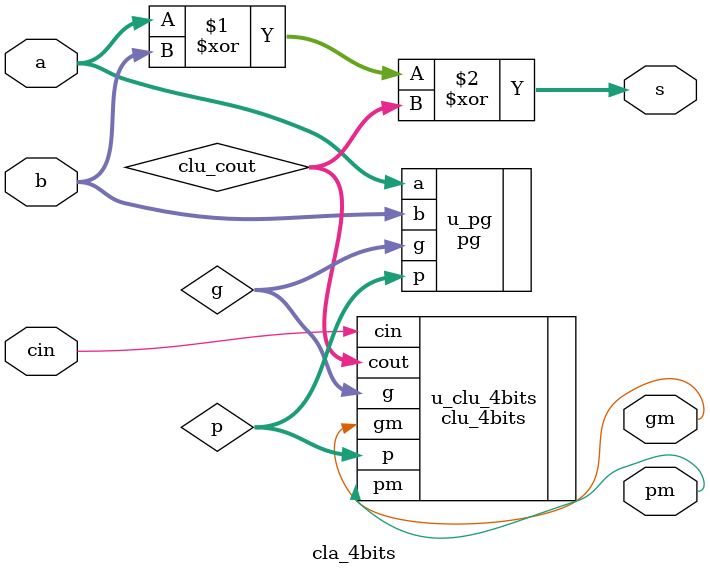
<source format=v>
module cla_4bits(

    input   [3	:0]	a   ,
    input   [3	:0]	b   ,
    input			cin ,
    output	[3	:0]	s   ,
	output			pm	,
	output			gm  
);

wire	[3	:0]	p;
wire	[3	:0]	g;
pg #(4) u_pg(

    .a(a),
    .b(b),
    .p(p),
    .g(g)
);

wire	[3	:0]	clu_cout;
clu_4bits u_clu_4bits(

    .p   (p),
    .g   (g),
    .cin (cin),
    .cout(clu_cout),
	.pm  (pm),
	.gm  (gm)
);

assign s = a ^ b ^ clu_cout;

endmodule

</source>
